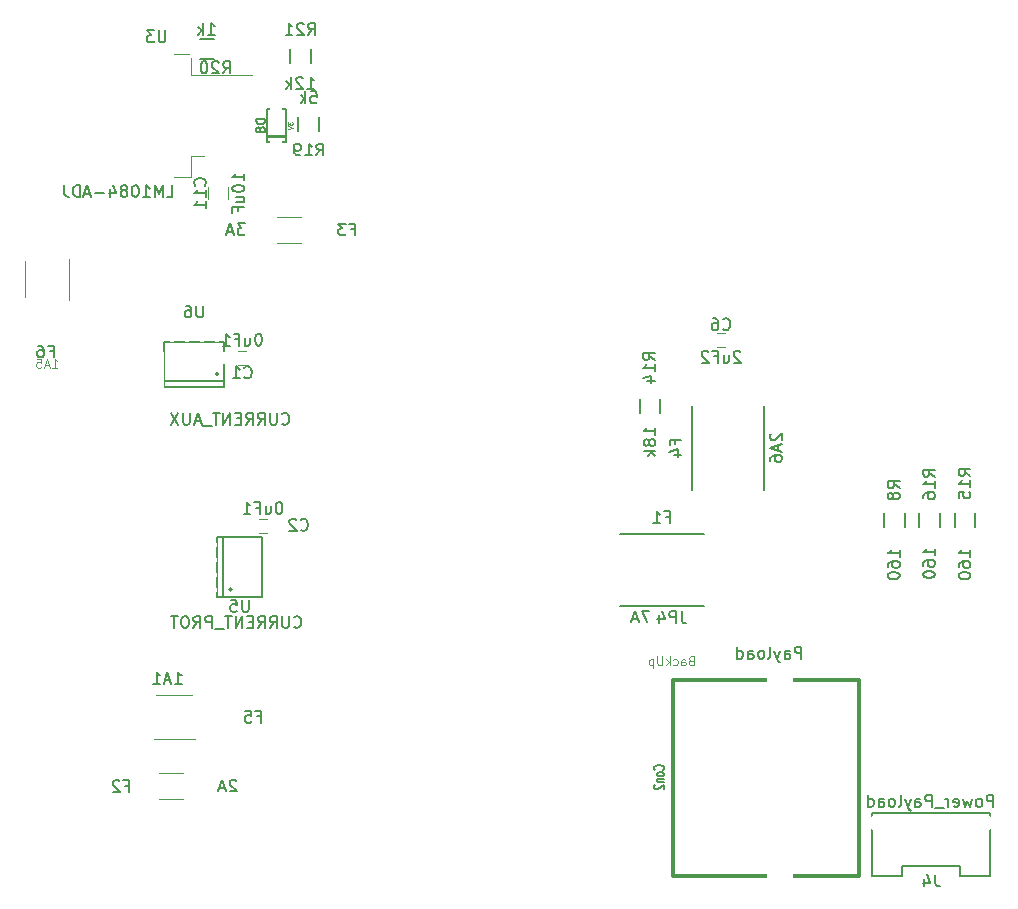
<source format=gbo>
%TF.GenerationSoftware,KiCad,Pcbnew,(5.0.0-rc2-dev-406-g05dae9627)*%
%TF.CreationDate,2018-06-18T14:13:19+02:00*%
%TF.ProjectId,Autopilot,4175746F70696C6F742E6B696361645F,rev?*%
%TF.SameCoordinates,Original*%
%TF.FileFunction,Legend,Bot*%
%TF.FilePolarity,Positive*%
%FSLAX46Y46*%
G04 Gerber Fmt 4.6, Leading zero omitted, Abs format (unit mm)*
G04 Created by KiCad (PCBNEW (5.0.0-rc2-dev-406-g05dae9627)) date 06/18/18 14:13:19*
%MOMM*%
%LPD*%
G01*
G04 APERTURE LIST*
%ADD10C,0.150000*%
%ADD11C,0.127000*%
%ADD12C,0.120000*%
%ADD13C,0.300000*%
%ADD14C,0.200000*%
%ADD15C,0.100000*%
%ADD16C,4.200000*%
%ADD17C,2.640000*%
%ADD18C,2.240000*%
%ADD19R,2.240000X2.240000*%
%ADD20C,0.800000*%
%ADD21O,1.713200X0.849600*%
%ADD22C,3.800000*%
%ADD23C,0.950000*%
%ADD24R,1.090900X1.090900*%
%ADD25R,9.640000X11.040000*%
%ADD26R,4.840000X1.340000*%
%ADD27R,1.540000X0.940000*%
%ADD28R,0.940000X1.540000*%
%ADD29R,1.490000X1.240000*%
%ADD30R,1.440000X0.990000*%
%ADD31R,3.740000X3.740000*%
%ADD32R,5.840000X2.540000*%
%ADD33R,2.240000X1.940000*%
%ADD34R,2.540000X5.840000*%
%ADD35C,1.440000*%
%ADD36C,1.740000*%
%ADD37C,5.840000*%
%ADD38O,0.849600X1.713200*%
%ADD39O,1.900000X1.200000*%
%ADD40R,1.900000X1.200000*%
%ADD41O,2.440000X1.340000*%
%ADD42O,2.040000X1.340000*%
%ADD43C,6.740000*%
%ADD44C,3.540000*%
%ADD45C,1.741140*%
G04 APERTURE END LIST*
D10*
%TO.C,U5*%
X188445000Y-130335000D02*
X192255000Y-130335000D01*
X188445000Y-135415000D02*
X192255000Y-135415000D01*
X188445000Y-135415000D02*
X188445000Y-130335000D01*
X192255000Y-135415000D02*
X192255000Y-130335000D01*
X188953000Y-135415000D02*
X188953000Y-130335000D01*
X189715000Y-134780000D02*
G75*
G03X189715000Y-134780000I-127000J0D01*
G01*
D11*
%TO.C,D8*%
X194250100Y-94075460D02*
X192649900Y-94075460D01*
X194250100Y-96874540D02*
X194250100Y-94075460D01*
X192649900Y-96874540D02*
X194250100Y-96874540D01*
X192649900Y-94075460D02*
X192649900Y-96874540D01*
X192649900Y-96475760D02*
X194250100Y-96475760D01*
X194250100Y-96374160D02*
X192649900Y-96374160D01*
D12*
%TO.C,U3*%
X186250000Y-98015000D02*
X187350000Y-98015000D01*
X186250000Y-99825000D02*
X186250000Y-98015000D01*
X184750000Y-99825000D02*
X186250000Y-99825000D01*
X186250000Y-91235000D02*
X191375000Y-91235000D01*
X186250000Y-89425000D02*
X186250000Y-91235000D01*
X184750000Y-89425000D02*
X186250000Y-89425000D01*
D10*
%TO.C,R21*%
X194625000Y-89000000D02*
X194625000Y-90200000D01*
X196375000Y-90200000D02*
X196375000Y-89000000D01*
%TO.C,R20*%
X188150000Y-88125000D02*
X186950000Y-88125000D01*
X186950000Y-89875000D02*
X188150000Y-89875000D01*
%TO.C,R19*%
X195325000Y-94725000D02*
X195325000Y-95925000D01*
X197075000Y-95925000D02*
X197075000Y-94725000D01*
D12*
%TO.C,C11*%
X189375000Y-100700000D02*
X189375000Y-101700000D01*
X187675000Y-101700000D02*
X187675000Y-100700000D01*
%TO.C,C1*%
X190925000Y-114575000D02*
X190225000Y-114575000D01*
X190225000Y-115775000D02*
X190925000Y-115775000D01*
%TO.C,C2*%
X192675000Y-128800000D02*
X191975000Y-128800000D01*
X191975000Y-130000000D02*
X192675000Y-130000000D01*
D10*
%TO.C,R15*%
X252641819Y-129440018D02*
X252641819Y-128240018D01*
X250891819Y-128240018D02*
X250891819Y-129440018D01*
D12*
%TO.C,F6*%
X175930000Y-110255000D02*
X175930000Y-106795000D01*
X172170000Y-110255000D02*
X172170000Y-106795000D01*
%TO.C,F5*%
X183095000Y-143695000D02*
X186555000Y-143695000D01*
X183095000Y-147455000D02*
X186555000Y-147455000D01*
D10*
%TO.C,R14*%
X224225000Y-118600000D02*
X224225000Y-119800000D01*
X225975000Y-119800000D02*
X225975000Y-118600000D01*
%TO.C,R8*%
X246641819Y-129488782D02*
X246641819Y-128288782D01*
X244891819Y-128288782D02*
X244891819Y-129488782D01*
%TO.C,F4*%
X228652000Y-126356000D02*
X228652000Y-119244000D01*
X234748000Y-126356000D02*
X234748000Y-119244000D01*
D12*
%TO.C,F3*%
X193525000Y-105395000D02*
X195525000Y-105395000D01*
X195525000Y-103255000D02*
X193525000Y-103255000D01*
%TO.C,F2*%
X185550000Y-150330000D02*
X183550000Y-150330000D01*
X183550000Y-152470000D02*
X185550000Y-152470000D01*
D10*
%TO.C,F1*%
X222544000Y-136148000D02*
X229656000Y-136148000D01*
X222544000Y-130052000D02*
X229656000Y-130052000D01*
%TO.C,R16*%
X249641819Y-129490018D02*
X249641819Y-128290018D01*
X247891819Y-128290018D02*
X247891819Y-129490018D01*
D12*
%TO.C,C6*%
X230750000Y-114200000D02*
X231450000Y-114200000D01*
X231450000Y-113000000D02*
X230750000Y-113000000D01*
D10*
%TO.C,U6*%
X188532000Y-116512000D02*
G75*
G03X188532000Y-116512000I-127000J0D01*
G01*
X189040000Y-117147000D02*
X183960000Y-117147000D01*
X189040000Y-113845000D02*
X183960000Y-113845000D01*
X189040000Y-117655000D02*
X183960000Y-117655000D01*
X189040000Y-117655000D02*
X189040000Y-113845000D01*
X183960000Y-117655000D02*
X183960000Y-113845000D01*
D13*
%TO.C,Con2*%
X242820000Y-159024500D02*
X242820000Y-142387500D01*
X227008500Y-142387500D02*
X234882500Y-142387500D01*
X227008500Y-159024500D02*
X234882500Y-159024500D01*
X227008500Y-159024500D02*
X227008500Y-142387500D01*
X242820000Y-142387500D02*
X237295500Y-142387500D01*
X242820000Y-159024500D02*
X237295500Y-159024500D01*
D14*
%TO.C,J4*%
X251300000Y-159000000D02*
X251300000Y-158200000D01*
X251400000Y-159000000D02*
X253900000Y-159000000D01*
X253900000Y-153700000D02*
X253900000Y-153900000D01*
X253900000Y-155000000D02*
X253900000Y-159000000D01*
X243900000Y-159000000D02*
X243900000Y-155000000D01*
X243900000Y-153700000D02*
X243900000Y-153900000D01*
X243900000Y-159000000D02*
X246400000Y-159000000D01*
X246400000Y-159000000D02*
X246400000Y-158200000D01*
X253900000Y-153700000D02*
X243900000Y-153700000D01*
X251300000Y-158200000D02*
X246400000Y-158200000D01*
%TD*%
D15*
%TO.C,Con2*%
X234260000Y-157056000D02*
G75*
G03X234260000Y-157056000I-1600000J0D01*
G01*
X234260000Y-144356000D02*
G75*
G03X234260000Y-144356000I-1600000J0D01*
G01*
%TD*%
%TO.C,J4*%
X244950000Y-154500000D02*
G75*
G03X244950000Y-154500000I-550000J0D01*
G01*
X253950000Y-154500000D02*
G75*
G03X253950000Y-154500000I-550000J0D01*
G01*
X246600000Y-156200000D02*
G75*
G03X246600000Y-156200000I-700000J0D01*
G01*
X248600000Y-156200000D02*
G75*
G03X248600000Y-156200000I-700000J0D01*
G01*
X250600000Y-156200000D02*
G75*
G03X250600000Y-156200000I-700000J0D01*
G01*
X252600000Y-156200000D02*
G75*
G03X252600000Y-156200000I-700000J0D01*
G01*
%TD*%
%TO.C,JP4*%
D10*
X227758333Y-136602380D02*
X227758333Y-137316666D01*
X227805952Y-137459523D01*
X227901190Y-137554761D01*
X228044047Y-137602380D01*
X228139285Y-137602380D01*
X227282142Y-137602380D02*
X227282142Y-136602380D01*
X226901190Y-136602380D01*
X226805952Y-136650000D01*
X226758333Y-136697619D01*
X226710714Y-136792857D01*
X226710714Y-136935714D01*
X226758333Y-137030952D01*
X226805952Y-137078571D01*
X226901190Y-137126190D01*
X227282142Y-137126190D01*
X225853571Y-136935714D02*
X225853571Y-137602380D01*
X226091666Y-136554761D02*
X226329761Y-137269047D01*
X225710714Y-137269047D01*
D15*
X228567857Y-140771428D02*
X228460714Y-140807142D01*
X228425000Y-140842857D01*
X228389285Y-140914285D01*
X228389285Y-141021428D01*
X228425000Y-141092857D01*
X228460714Y-141128571D01*
X228532142Y-141164285D01*
X228817857Y-141164285D01*
X228817857Y-140414285D01*
X228567857Y-140414285D01*
X228496428Y-140450000D01*
X228460714Y-140485714D01*
X228425000Y-140557142D01*
X228425000Y-140628571D01*
X228460714Y-140700000D01*
X228496428Y-140735714D01*
X228567857Y-140771428D01*
X228817857Y-140771428D01*
X227746428Y-141164285D02*
X227746428Y-140771428D01*
X227782142Y-140700000D01*
X227853571Y-140664285D01*
X227996428Y-140664285D01*
X228067857Y-140700000D01*
X227746428Y-141128571D02*
X227817857Y-141164285D01*
X227996428Y-141164285D01*
X228067857Y-141128571D01*
X228103571Y-141057142D01*
X228103571Y-140985714D01*
X228067857Y-140914285D01*
X227996428Y-140878571D01*
X227817857Y-140878571D01*
X227746428Y-140842857D01*
X227067857Y-141128571D02*
X227139285Y-141164285D01*
X227282142Y-141164285D01*
X227353571Y-141128571D01*
X227389285Y-141092857D01*
X227425000Y-141021428D01*
X227425000Y-140807142D01*
X227389285Y-140735714D01*
X227353571Y-140700000D01*
X227282142Y-140664285D01*
X227139285Y-140664285D01*
X227067857Y-140700000D01*
X226746428Y-141164285D02*
X226746428Y-140414285D01*
X226675000Y-140878571D02*
X226460714Y-141164285D01*
X226460714Y-140664285D02*
X226746428Y-140950000D01*
X226139285Y-140414285D02*
X226139285Y-141021428D01*
X226103571Y-141092857D01*
X226067857Y-141128571D01*
X225996428Y-141164285D01*
X225853571Y-141164285D01*
X225782142Y-141128571D01*
X225746428Y-141092857D01*
X225710714Y-141021428D01*
X225710714Y-140414285D01*
X225353571Y-140664285D02*
X225353571Y-141414285D01*
X225353571Y-140700000D02*
X225282142Y-140664285D01*
X225139285Y-140664285D01*
X225067857Y-140700000D01*
X225032142Y-140735714D01*
X224996428Y-140807142D01*
X224996428Y-141021428D01*
X225032142Y-141092857D01*
X225067857Y-141128571D01*
X225139285Y-141164285D01*
X225282142Y-141164285D01*
X225353571Y-141128571D01*
%TO.C,U5*%
D10*
X191123904Y-135632380D02*
X191123904Y-136441904D01*
X191076285Y-136537142D01*
X191028666Y-136584761D01*
X190933428Y-136632380D01*
X190742952Y-136632380D01*
X190647714Y-136584761D01*
X190600095Y-136537142D01*
X190552476Y-136441904D01*
X190552476Y-135632380D01*
X189600095Y-135632380D02*
X190076285Y-135632380D01*
X190123904Y-136108571D01*
X190076285Y-136060952D01*
X189981047Y-136013333D01*
X189742952Y-136013333D01*
X189647714Y-136060952D01*
X189600095Y-136108571D01*
X189552476Y-136203809D01*
X189552476Y-136441904D01*
X189600095Y-136537142D01*
X189647714Y-136584761D01*
X189742952Y-136632380D01*
X189981047Y-136632380D01*
X190076285Y-136584761D01*
X190123904Y-136537142D01*
X194957142Y-137907142D02*
X195004761Y-137954761D01*
X195147619Y-138002380D01*
X195242857Y-138002380D01*
X195385714Y-137954761D01*
X195480952Y-137859523D01*
X195528571Y-137764285D01*
X195576190Y-137573809D01*
X195576190Y-137430952D01*
X195528571Y-137240476D01*
X195480952Y-137145238D01*
X195385714Y-137050000D01*
X195242857Y-137002380D01*
X195147619Y-137002380D01*
X195004761Y-137050000D01*
X194957142Y-137097619D01*
X194528571Y-137002380D02*
X194528571Y-137811904D01*
X194480952Y-137907142D01*
X194433333Y-137954761D01*
X194338095Y-138002380D01*
X194147619Y-138002380D01*
X194052380Y-137954761D01*
X194004761Y-137907142D01*
X193957142Y-137811904D01*
X193957142Y-137002380D01*
X192909523Y-138002380D02*
X193242857Y-137526190D01*
X193480952Y-138002380D02*
X193480952Y-137002380D01*
X193100000Y-137002380D01*
X193004761Y-137050000D01*
X192957142Y-137097619D01*
X192909523Y-137192857D01*
X192909523Y-137335714D01*
X192957142Y-137430952D01*
X193004761Y-137478571D01*
X193100000Y-137526190D01*
X193480952Y-137526190D01*
X191909523Y-138002380D02*
X192242857Y-137526190D01*
X192480952Y-138002380D02*
X192480952Y-137002380D01*
X192100000Y-137002380D01*
X192004761Y-137050000D01*
X191957142Y-137097619D01*
X191909523Y-137192857D01*
X191909523Y-137335714D01*
X191957142Y-137430952D01*
X192004761Y-137478571D01*
X192100000Y-137526190D01*
X192480952Y-137526190D01*
X191480952Y-137478571D02*
X191147619Y-137478571D01*
X191004761Y-138002380D02*
X191480952Y-138002380D01*
X191480952Y-137002380D01*
X191004761Y-137002380D01*
X190576190Y-138002380D02*
X190576190Y-137002380D01*
X190004761Y-138002380D01*
X190004761Y-137002380D01*
X189671428Y-137002380D02*
X189100000Y-137002380D01*
X189385714Y-138002380D02*
X189385714Y-137002380D01*
X189004761Y-138097619D02*
X188242857Y-138097619D01*
X188004761Y-138002380D02*
X188004761Y-137002380D01*
X187623809Y-137002380D01*
X187528571Y-137050000D01*
X187480952Y-137097619D01*
X187433333Y-137192857D01*
X187433333Y-137335714D01*
X187480952Y-137430952D01*
X187528571Y-137478571D01*
X187623809Y-137526190D01*
X188004761Y-137526190D01*
X186433333Y-138002380D02*
X186766666Y-137526190D01*
X187004761Y-138002380D02*
X187004761Y-137002380D01*
X186623809Y-137002380D01*
X186528571Y-137050000D01*
X186480952Y-137097619D01*
X186433333Y-137192857D01*
X186433333Y-137335714D01*
X186480952Y-137430952D01*
X186528571Y-137478571D01*
X186623809Y-137526190D01*
X187004761Y-137526190D01*
X185814285Y-137002380D02*
X185623809Y-137002380D01*
X185528571Y-137050000D01*
X185433333Y-137145238D01*
X185385714Y-137335714D01*
X185385714Y-137669047D01*
X185433333Y-137859523D01*
X185528571Y-137954761D01*
X185623809Y-138002380D01*
X185814285Y-138002380D01*
X185909523Y-137954761D01*
X186004761Y-137859523D01*
X186052380Y-137669047D01*
X186052380Y-137335714D01*
X186004761Y-137145238D01*
X185909523Y-137050000D01*
X185814285Y-137002380D01*
X185100000Y-137002380D02*
X184528571Y-137002380D01*
X184814285Y-138002380D02*
X184814285Y-137002380D01*
%TO.C,D8*%
X192488805Y-94921428D02*
X191738805Y-94921428D01*
X191738805Y-95100000D01*
X191774520Y-95207142D01*
X191845948Y-95278571D01*
X191917377Y-95314285D01*
X192060234Y-95350000D01*
X192167377Y-95350000D01*
X192310234Y-95314285D01*
X192381662Y-95278571D01*
X192453091Y-95207142D01*
X192488805Y-95100000D01*
X192488805Y-94921428D01*
X192060234Y-95778571D02*
X192024520Y-95707142D01*
X191988805Y-95671428D01*
X191917377Y-95635714D01*
X191881662Y-95635714D01*
X191810234Y-95671428D01*
X191774520Y-95707142D01*
X191738805Y-95778571D01*
X191738805Y-95921428D01*
X191774520Y-95992857D01*
X191810234Y-96028571D01*
X191881662Y-96064285D01*
X191917377Y-96064285D01*
X191988805Y-96028571D01*
X192024520Y-95992857D01*
X192060234Y-95921428D01*
X192060234Y-95778571D01*
X192095948Y-95707142D01*
X192131662Y-95671428D01*
X192203091Y-95635714D01*
X192345948Y-95635714D01*
X192417377Y-95671428D01*
X192453091Y-95707142D01*
X192488805Y-95778571D01*
X192488805Y-95921428D01*
X192453091Y-95992857D01*
X192417377Y-96028571D01*
X192345948Y-96064285D01*
X192203091Y-96064285D01*
X192131662Y-96028571D01*
X192095948Y-95992857D01*
X192060234Y-95921428D01*
D15*
X194429832Y-95170238D02*
X194429832Y-95417857D01*
X194582213Y-95284523D01*
X194582213Y-95341666D01*
X194601260Y-95379761D01*
X194620308Y-95398809D01*
X194658403Y-95417857D01*
X194753641Y-95417857D01*
X194791737Y-95398809D01*
X194810784Y-95379761D01*
X194829832Y-95341666D01*
X194829832Y-95227380D01*
X194810784Y-95189285D01*
X194791737Y-95170238D01*
X194429832Y-95532142D02*
X194829832Y-95665476D01*
X194429832Y-95798809D01*
%TO.C,U3*%
D10*
X184061904Y-87427380D02*
X184061904Y-88236904D01*
X184014285Y-88332142D01*
X183966666Y-88379761D01*
X183871428Y-88427380D01*
X183680952Y-88427380D01*
X183585714Y-88379761D01*
X183538095Y-88332142D01*
X183490476Y-88236904D01*
X183490476Y-87427380D01*
X183109523Y-87427380D02*
X182490476Y-87427380D01*
X182823809Y-87808333D01*
X182680952Y-87808333D01*
X182585714Y-87855952D01*
X182538095Y-87903571D01*
X182490476Y-87998809D01*
X182490476Y-88236904D01*
X182538095Y-88332142D01*
X182585714Y-88379761D01*
X182680952Y-88427380D01*
X182966666Y-88427380D01*
X183061904Y-88379761D01*
X183109523Y-88332142D01*
X184170238Y-101527380D02*
X184646428Y-101527380D01*
X184646428Y-100527380D01*
X183836904Y-101527380D02*
X183836904Y-100527380D01*
X183503571Y-101241666D01*
X183170238Y-100527380D01*
X183170238Y-101527380D01*
X182170238Y-101527380D02*
X182741666Y-101527380D01*
X182455952Y-101527380D02*
X182455952Y-100527380D01*
X182551190Y-100670238D01*
X182646428Y-100765476D01*
X182741666Y-100813095D01*
X181551190Y-100527380D02*
X181455952Y-100527380D01*
X181360714Y-100575000D01*
X181313095Y-100622619D01*
X181265476Y-100717857D01*
X181217857Y-100908333D01*
X181217857Y-101146428D01*
X181265476Y-101336904D01*
X181313095Y-101432142D01*
X181360714Y-101479761D01*
X181455952Y-101527380D01*
X181551190Y-101527380D01*
X181646428Y-101479761D01*
X181694047Y-101432142D01*
X181741666Y-101336904D01*
X181789285Y-101146428D01*
X181789285Y-100908333D01*
X181741666Y-100717857D01*
X181694047Y-100622619D01*
X181646428Y-100575000D01*
X181551190Y-100527380D01*
X180646428Y-100955952D02*
X180741666Y-100908333D01*
X180789285Y-100860714D01*
X180836904Y-100765476D01*
X180836904Y-100717857D01*
X180789285Y-100622619D01*
X180741666Y-100575000D01*
X180646428Y-100527380D01*
X180455952Y-100527380D01*
X180360714Y-100575000D01*
X180313095Y-100622619D01*
X180265476Y-100717857D01*
X180265476Y-100765476D01*
X180313095Y-100860714D01*
X180360714Y-100908333D01*
X180455952Y-100955952D01*
X180646428Y-100955952D01*
X180741666Y-101003571D01*
X180789285Y-101051190D01*
X180836904Y-101146428D01*
X180836904Y-101336904D01*
X180789285Y-101432142D01*
X180741666Y-101479761D01*
X180646428Y-101527380D01*
X180455952Y-101527380D01*
X180360714Y-101479761D01*
X180313095Y-101432142D01*
X180265476Y-101336904D01*
X180265476Y-101146428D01*
X180313095Y-101051190D01*
X180360714Y-101003571D01*
X180455952Y-100955952D01*
X179408333Y-100860714D02*
X179408333Y-101527380D01*
X179646428Y-100479761D02*
X179884523Y-101194047D01*
X179265476Y-101194047D01*
X178884523Y-101146428D02*
X178122619Y-101146428D01*
X177694047Y-101241666D02*
X177217857Y-101241666D01*
X177789285Y-101527380D02*
X177455952Y-100527380D01*
X177122619Y-101527380D01*
X176789285Y-101527380D02*
X176789285Y-100527380D01*
X176551190Y-100527380D01*
X176408333Y-100575000D01*
X176313095Y-100670238D01*
X176265476Y-100765476D01*
X176217857Y-100955952D01*
X176217857Y-101098809D01*
X176265476Y-101289285D01*
X176313095Y-101384523D01*
X176408333Y-101479761D01*
X176551190Y-101527380D01*
X176789285Y-101527380D01*
X175503571Y-100527380D02*
X175503571Y-101241666D01*
X175551190Y-101384523D01*
X175646428Y-101479761D01*
X175789285Y-101527380D01*
X175884523Y-101527380D01*
%TO.C,R21*%
X196142857Y-87802380D02*
X196476190Y-87326190D01*
X196714285Y-87802380D02*
X196714285Y-86802380D01*
X196333333Y-86802380D01*
X196238095Y-86850000D01*
X196190476Y-86897619D01*
X196142857Y-86992857D01*
X196142857Y-87135714D01*
X196190476Y-87230952D01*
X196238095Y-87278571D01*
X196333333Y-87326190D01*
X196714285Y-87326190D01*
X195761904Y-86897619D02*
X195714285Y-86850000D01*
X195619047Y-86802380D01*
X195380952Y-86802380D01*
X195285714Y-86850000D01*
X195238095Y-86897619D01*
X195190476Y-86992857D01*
X195190476Y-87088095D01*
X195238095Y-87230952D01*
X195809523Y-87802380D01*
X195190476Y-87802380D01*
X194238095Y-87802380D02*
X194809523Y-87802380D01*
X194523809Y-87802380D02*
X194523809Y-86802380D01*
X194619047Y-86945238D01*
X194714285Y-87040476D01*
X194809523Y-87088095D01*
X196070238Y-92377380D02*
X196641666Y-92377380D01*
X196355952Y-92377380D02*
X196355952Y-91377380D01*
X196451190Y-91520238D01*
X196546428Y-91615476D01*
X196641666Y-91663095D01*
X195689285Y-91472619D02*
X195641666Y-91425000D01*
X195546428Y-91377380D01*
X195308333Y-91377380D01*
X195213095Y-91425000D01*
X195165476Y-91472619D01*
X195117857Y-91567857D01*
X195117857Y-91663095D01*
X195165476Y-91805952D01*
X195736904Y-92377380D01*
X195117857Y-92377380D01*
X194689285Y-92377380D02*
X194689285Y-91377380D01*
X194594047Y-91996428D02*
X194308333Y-92377380D01*
X194308333Y-91710714D02*
X194689285Y-92091666D01*
%TO.C,R20*%
X188942857Y-91052380D02*
X189276190Y-90576190D01*
X189514285Y-91052380D02*
X189514285Y-90052380D01*
X189133333Y-90052380D01*
X189038095Y-90100000D01*
X188990476Y-90147619D01*
X188942857Y-90242857D01*
X188942857Y-90385714D01*
X188990476Y-90480952D01*
X189038095Y-90528571D01*
X189133333Y-90576190D01*
X189514285Y-90576190D01*
X188561904Y-90147619D02*
X188514285Y-90100000D01*
X188419047Y-90052380D01*
X188180952Y-90052380D01*
X188085714Y-90100000D01*
X188038095Y-90147619D01*
X187990476Y-90242857D01*
X187990476Y-90338095D01*
X188038095Y-90480952D01*
X188609523Y-91052380D01*
X187990476Y-91052380D01*
X187371428Y-90052380D02*
X187276190Y-90052380D01*
X187180952Y-90100000D01*
X187133333Y-90147619D01*
X187085714Y-90242857D01*
X187038095Y-90433333D01*
X187038095Y-90671428D01*
X187085714Y-90861904D01*
X187133333Y-90957142D01*
X187180952Y-91004761D01*
X187276190Y-91052380D01*
X187371428Y-91052380D01*
X187466666Y-91004761D01*
X187514285Y-90957142D01*
X187561904Y-90861904D01*
X187609523Y-90671428D01*
X187609523Y-90433333D01*
X187561904Y-90242857D01*
X187514285Y-90147619D01*
X187466666Y-90100000D01*
X187371428Y-90052380D01*
X187669047Y-87777380D02*
X188240476Y-87777380D01*
X187954761Y-87777380D02*
X187954761Y-86777380D01*
X188050000Y-86920238D01*
X188145238Y-87015476D01*
X188240476Y-87063095D01*
X187240476Y-87777380D02*
X187240476Y-86777380D01*
X187145238Y-87396428D02*
X186859523Y-87777380D01*
X186859523Y-87110714D02*
X187240476Y-87491666D01*
%TO.C,R19*%
X196842857Y-98002380D02*
X197176190Y-97526190D01*
X197414285Y-98002380D02*
X197414285Y-97002380D01*
X197033333Y-97002380D01*
X196938095Y-97050000D01*
X196890476Y-97097619D01*
X196842857Y-97192857D01*
X196842857Y-97335714D01*
X196890476Y-97430952D01*
X196938095Y-97478571D01*
X197033333Y-97526190D01*
X197414285Y-97526190D01*
X195890476Y-98002380D02*
X196461904Y-98002380D01*
X196176190Y-98002380D02*
X196176190Y-97002380D01*
X196271428Y-97145238D01*
X196366666Y-97240476D01*
X196461904Y-97288095D01*
X195414285Y-98002380D02*
X195223809Y-98002380D01*
X195128571Y-97954761D01*
X195080952Y-97907142D01*
X194985714Y-97764285D01*
X194938095Y-97573809D01*
X194938095Y-97192857D01*
X194985714Y-97097619D01*
X195033333Y-97050000D01*
X195128571Y-97002380D01*
X195319047Y-97002380D01*
X195414285Y-97050000D01*
X195461904Y-97097619D01*
X195509523Y-97192857D01*
X195509523Y-97430952D01*
X195461904Y-97526190D01*
X195414285Y-97573809D01*
X195319047Y-97621428D01*
X195128571Y-97621428D01*
X195033333Y-97573809D01*
X194985714Y-97526190D01*
X194938095Y-97430952D01*
X196366666Y-92577380D02*
X196842857Y-92577380D01*
X196890476Y-93053571D01*
X196842857Y-93005952D01*
X196747619Y-92958333D01*
X196509523Y-92958333D01*
X196414285Y-93005952D01*
X196366666Y-93053571D01*
X196319047Y-93148809D01*
X196319047Y-93386904D01*
X196366666Y-93482142D01*
X196414285Y-93529761D01*
X196509523Y-93577380D01*
X196747619Y-93577380D01*
X196842857Y-93529761D01*
X196890476Y-93482142D01*
X195890476Y-93577380D02*
X195890476Y-92577380D01*
X195795238Y-93196428D02*
X195509523Y-93577380D01*
X195509523Y-92910714D02*
X195890476Y-93291666D01*
%TO.C,C11*%
X187382142Y-100557142D02*
X187429761Y-100509523D01*
X187477380Y-100366666D01*
X187477380Y-100271428D01*
X187429761Y-100128571D01*
X187334523Y-100033333D01*
X187239285Y-99985714D01*
X187048809Y-99938095D01*
X186905952Y-99938095D01*
X186715476Y-99985714D01*
X186620238Y-100033333D01*
X186525000Y-100128571D01*
X186477380Y-100271428D01*
X186477380Y-100366666D01*
X186525000Y-100509523D01*
X186572619Y-100557142D01*
X187477380Y-101509523D02*
X187477380Y-100938095D01*
X187477380Y-101223809D02*
X186477380Y-101223809D01*
X186620238Y-101128571D01*
X186715476Y-101033333D01*
X186763095Y-100938095D01*
X187477380Y-102461904D02*
X187477380Y-101890476D01*
X187477380Y-102176190D02*
X186477380Y-102176190D01*
X186620238Y-102080952D01*
X186715476Y-101985714D01*
X186763095Y-101890476D01*
X190727380Y-100128571D02*
X190727380Y-99557142D01*
X190727380Y-99842857D02*
X189727380Y-99842857D01*
X189870238Y-99747619D01*
X189965476Y-99652380D01*
X190013095Y-99557142D01*
X189727380Y-100747619D02*
X189727380Y-100842857D01*
X189775000Y-100938095D01*
X189822619Y-100985714D01*
X189917857Y-101033333D01*
X190108333Y-101080952D01*
X190346428Y-101080952D01*
X190536904Y-101033333D01*
X190632142Y-100985714D01*
X190679761Y-100938095D01*
X190727380Y-100842857D01*
X190727380Y-100747619D01*
X190679761Y-100652380D01*
X190632142Y-100604761D01*
X190536904Y-100557142D01*
X190346428Y-100509523D01*
X190108333Y-100509523D01*
X189917857Y-100557142D01*
X189822619Y-100604761D01*
X189775000Y-100652380D01*
X189727380Y-100747619D01*
X190060714Y-101938095D02*
X190727380Y-101938095D01*
X190060714Y-101509523D02*
X190584523Y-101509523D01*
X190679761Y-101557142D01*
X190727380Y-101652380D01*
X190727380Y-101795238D01*
X190679761Y-101890476D01*
X190632142Y-101938095D01*
X190203571Y-102747619D02*
X190203571Y-102414285D01*
X190727380Y-102414285D02*
X189727380Y-102414285D01*
X189727380Y-102890476D01*
%TO.C,C1*%
X190741666Y-116782142D02*
X190789285Y-116829761D01*
X190932142Y-116877380D01*
X191027380Y-116877380D01*
X191170238Y-116829761D01*
X191265476Y-116734523D01*
X191313095Y-116639285D01*
X191360714Y-116448809D01*
X191360714Y-116305952D01*
X191313095Y-116115476D01*
X191265476Y-116020238D01*
X191170238Y-115925000D01*
X191027380Y-115877380D01*
X190932142Y-115877380D01*
X190789285Y-115925000D01*
X190741666Y-115972619D01*
X189789285Y-116877380D02*
X190360714Y-116877380D01*
X190075000Y-116877380D02*
X190075000Y-115877380D01*
X190170238Y-116020238D01*
X190265476Y-116115476D01*
X190360714Y-116163095D01*
X191979761Y-113102380D02*
X191884523Y-113102380D01*
X191789285Y-113150000D01*
X191741666Y-113197619D01*
X191694047Y-113292857D01*
X191646428Y-113483333D01*
X191646428Y-113721428D01*
X191694047Y-113911904D01*
X191741666Y-114007142D01*
X191789285Y-114054761D01*
X191884523Y-114102380D01*
X191979761Y-114102380D01*
X192075000Y-114054761D01*
X192122619Y-114007142D01*
X192170238Y-113911904D01*
X192217857Y-113721428D01*
X192217857Y-113483333D01*
X192170238Y-113292857D01*
X192122619Y-113197619D01*
X192075000Y-113150000D01*
X191979761Y-113102380D01*
X190789285Y-113435714D02*
X190789285Y-114102380D01*
X191217857Y-113435714D02*
X191217857Y-113959523D01*
X191170238Y-114054761D01*
X191075000Y-114102380D01*
X190932142Y-114102380D01*
X190836904Y-114054761D01*
X190789285Y-114007142D01*
X189979761Y-113578571D02*
X190313095Y-113578571D01*
X190313095Y-114102380D02*
X190313095Y-113102380D01*
X189836904Y-113102380D01*
X188932142Y-114102380D02*
X189503571Y-114102380D01*
X189217857Y-114102380D02*
X189217857Y-113102380D01*
X189313095Y-113245238D01*
X189408333Y-113340476D01*
X189503571Y-113388095D01*
%TO.C,C2*%
X195516666Y-129682142D02*
X195564285Y-129729761D01*
X195707142Y-129777380D01*
X195802380Y-129777380D01*
X195945238Y-129729761D01*
X196040476Y-129634523D01*
X196088095Y-129539285D01*
X196135714Y-129348809D01*
X196135714Y-129205952D01*
X196088095Y-129015476D01*
X196040476Y-128920238D01*
X195945238Y-128825000D01*
X195802380Y-128777380D01*
X195707142Y-128777380D01*
X195564285Y-128825000D01*
X195516666Y-128872619D01*
X195135714Y-128872619D02*
X195088095Y-128825000D01*
X194992857Y-128777380D01*
X194754761Y-128777380D01*
X194659523Y-128825000D01*
X194611904Y-128872619D01*
X194564285Y-128967857D01*
X194564285Y-129063095D01*
X194611904Y-129205952D01*
X195183333Y-129777380D01*
X194564285Y-129777380D01*
X193729761Y-127352380D02*
X193634523Y-127352380D01*
X193539285Y-127400000D01*
X193491666Y-127447619D01*
X193444047Y-127542857D01*
X193396428Y-127733333D01*
X193396428Y-127971428D01*
X193444047Y-128161904D01*
X193491666Y-128257142D01*
X193539285Y-128304761D01*
X193634523Y-128352380D01*
X193729761Y-128352380D01*
X193825000Y-128304761D01*
X193872619Y-128257142D01*
X193920238Y-128161904D01*
X193967857Y-127971428D01*
X193967857Y-127733333D01*
X193920238Y-127542857D01*
X193872619Y-127447619D01*
X193825000Y-127400000D01*
X193729761Y-127352380D01*
X192539285Y-127685714D02*
X192539285Y-128352380D01*
X192967857Y-127685714D02*
X192967857Y-128209523D01*
X192920238Y-128304761D01*
X192825000Y-128352380D01*
X192682142Y-128352380D01*
X192586904Y-128304761D01*
X192539285Y-128257142D01*
X191729761Y-127828571D02*
X192063095Y-127828571D01*
X192063095Y-128352380D02*
X192063095Y-127352380D01*
X191586904Y-127352380D01*
X190682142Y-128352380D02*
X191253571Y-128352380D01*
X190967857Y-128352380D02*
X190967857Y-127352380D01*
X191063095Y-127495238D01*
X191158333Y-127590476D01*
X191253571Y-127638095D01*
%TO.C,R15*%
X252219199Y-125147160D02*
X251743009Y-124813827D01*
X252219199Y-124575732D02*
X251219199Y-124575732D01*
X251219199Y-124956684D01*
X251266819Y-125051922D01*
X251314438Y-125099541D01*
X251409676Y-125147160D01*
X251552533Y-125147160D01*
X251647771Y-125099541D01*
X251695390Y-125051922D01*
X251743009Y-124956684D01*
X251743009Y-124575732D01*
X252219199Y-126099541D02*
X252219199Y-125528113D01*
X252219199Y-125813827D02*
X251219199Y-125813827D01*
X251362057Y-125718589D01*
X251457295Y-125623351D01*
X251504914Y-125528113D01*
X251219199Y-127004303D02*
X251219199Y-126528113D01*
X251695390Y-126480494D01*
X251647771Y-126528113D01*
X251600152Y-126623351D01*
X251600152Y-126861446D01*
X251647771Y-126956684D01*
X251695390Y-127004303D01*
X251790628Y-127051922D01*
X252028723Y-127051922D01*
X252123961Y-127004303D01*
X252171580Y-126956684D01*
X252219199Y-126861446D01*
X252219199Y-126623351D01*
X252171580Y-126528113D01*
X252123961Y-126480494D01*
X252219199Y-131973351D02*
X252219199Y-131401922D01*
X252219199Y-131687637D02*
X251219199Y-131687637D01*
X251362057Y-131592398D01*
X251457295Y-131497160D01*
X251504914Y-131401922D01*
X251219199Y-132830494D02*
X251219199Y-132640018D01*
X251266819Y-132544779D01*
X251314438Y-132497160D01*
X251457295Y-132401922D01*
X251647771Y-132354303D01*
X252028723Y-132354303D01*
X252123961Y-132401922D01*
X252171580Y-132449541D01*
X252219199Y-132544779D01*
X252219199Y-132735256D01*
X252171580Y-132830494D01*
X252123961Y-132878113D01*
X252028723Y-132925732D01*
X251790628Y-132925732D01*
X251695390Y-132878113D01*
X251647771Y-132830494D01*
X251600152Y-132735256D01*
X251600152Y-132544779D01*
X251647771Y-132449541D01*
X251695390Y-132401922D01*
X251790628Y-132354303D01*
X251219199Y-133544779D02*
X251219199Y-133640018D01*
X251266819Y-133735256D01*
X251314438Y-133782875D01*
X251409676Y-133830494D01*
X251600152Y-133878113D01*
X251838247Y-133878113D01*
X252028723Y-133830494D01*
X252123961Y-133782875D01*
X252171580Y-133735256D01*
X252219199Y-133640018D01*
X252219199Y-133544779D01*
X252171580Y-133449541D01*
X252123961Y-133401922D01*
X252028723Y-133354303D01*
X251838247Y-133306684D01*
X251600152Y-133306684D01*
X251409676Y-133354303D01*
X251314438Y-133401922D01*
X251266819Y-133449541D01*
X251219199Y-133544779D01*
%TO.C,F6*%
X174258333Y-114578571D02*
X174591666Y-114578571D01*
X174591666Y-115102380D02*
X174591666Y-114102380D01*
X174115476Y-114102380D01*
X173305952Y-114102380D02*
X173496428Y-114102380D01*
X173591666Y-114150000D01*
X173639285Y-114197619D01*
X173734523Y-114340476D01*
X173782142Y-114530952D01*
X173782142Y-114911904D01*
X173734523Y-115007142D01*
X173686904Y-115054761D01*
X173591666Y-115102380D01*
X173401190Y-115102380D01*
X173305952Y-115054761D01*
X173258333Y-115007142D01*
X173210714Y-114911904D01*
X173210714Y-114673809D01*
X173258333Y-114578571D01*
X173305952Y-114530952D01*
X173401190Y-114483333D01*
X173591666Y-114483333D01*
X173686904Y-114530952D01*
X173734523Y-114578571D01*
X173782142Y-114673809D01*
D15*
X174489285Y-115964285D02*
X174917857Y-115964285D01*
X174703571Y-115964285D02*
X174703571Y-115214285D01*
X174775000Y-115321428D01*
X174846428Y-115392857D01*
X174917857Y-115428571D01*
X174203571Y-115750000D02*
X173846428Y-115750000D01*
X174275000Y-115964285D02*
X174025000Y-115214285D01*
X173775000Y-115964285D01*
X173167857Y-115214285D02*
X173525000Y-115214285D01*
X173560714Y-115571428D01*
X173525000Y-115535714D01*
X173453571Y-115500000D01*
X173275000Y-115500000D01*
X173203571Y-115535714D01*
X173167857Y-115571428D01*
X173132142Y-115642857D01*
X173132142Y-115821428D01*
X173167857Y-115892857D01*
X173203571Y-115928571D01*
X173275000Y-115964285D01*
X173453571Y-115964285D01*
X173525000Y-115928571D01*
X173560714Y-115892857D01*
%TO.C,F5*%
D10*
X191808333Y-145503571D02*
X192141666Y-145503571D01*
X192141666Y-146027380D02*
X192141666Y-145027380D01*
X191665476Y-145027380D01*
X190808333Y-145027380D02*
X191284523Y-145027380D01*
X191332142Y-145503571D01*
X191284523Y-145455952D01*
X191189285Y-145408333D01*
X190951190Y-145408333D01*
X190855952Y-145455952D01*
X190808333Y-145503571D01*
X190760714Y-145598809D01*
X190760714Y-145836904D01*
X190808333Y-145932142D01*
X190855952Y-145979761D01*
X190951190Y-146027380D01*
X191189285Y-146027380D01*
X191284523Y-145979761D01*
X191332142Y-145932142D01*
X184854047Y-142737380D02*
X185425476Y-142737380D01*
X185139761Y-142737380D02*
X185139761Y-141737380D01*
X185235000Y-141880238D01*
X185330238Y-141975476D01*
X185425476Y-142023095D01*
X184473095Y-142451666D02*
X183996904Y-142451666D01*
X184568333Y-142737380D02*
X184235000Y-141737380D01*
X183901666Y-142737380D01*
X183044523Y-142737380D02*
X183615952Y-142737380D01*
X183330238Y-142737380D02*
X183330238Y-141737380D01*
X183425476Y-141880238D01*
X183520714Y-141975476D01*
X183615952Y-142023095D01*
%TO.C,R14*%
X225502380Y-115307142D02*
X225026190Y-114973809D01*
X225502380Y-114735714D02*
X224502380Y-114735714D01*
X224502380Y-115116666D01*
X224550000Y-115211904D01*
X224597619Y-115259523D01*
X224692857Y-115307142D01*
X224835714Y-115307142D01*
X224930952Y-115259523D01*
X224978571Y-115211904D01*
X225026190Y-115116666D01*
X225026190Y-114735714D01*
X225502380Y-116259523D02*
X225502380Y-115688095D01*
X225502380Y-115973809D02*
X224502380Y-115973809D01*
X224645238Y-115878571D01*
X224740476Y-115783333D01*
X224788095Y-115688095D01*
X224835714Y-117116666D02*
X225502380Y-117116666D01*
X224454761Y-116878571D02*
X225169047Y-116640476D01*
X225169047Y-117259523D01*
X225552380Y-121654761D02*
X225552380Y-121083333D01*
X225552380Y-121369047D02*
X224552380Y-121369047D01*
X224695238Y-121273809D01*
X224790476Y-121178571D01*
X224838095Y-121083333D01*
X224980952Y-122226190D02*
X224933333Y-122130952D01*
X224885714Y-122083333D01*
X224790476Y-122035714D01*
X224742857Y-122035714D01*
X224647619Y-122083333D01*
X224600000Y-122130952D01*
X224552380Y-122226190D01*
X224552380Y-122416666D01*
X224600000Y-122511904D01*
X224647619Y-122559523D01*
X224742857Y-122607142D01*
X224790476Y-122607142D01*
X224885714Y-122559523D01*
X224933333Y-122511904D01*
X224980952Y-122416666D01*
X224980952Y-122226190D01*
X225028571Y-122130952D01*
X225076190Y-122083333D01*
X225171428Y-122035714D01*
X225361904Y-122035714D01*
X225457142Y-122083333D01*
X225504761Y-122130952D01*
X225552380Y-122226190D01*
X225552380Y-122416666D01*
X225504761Y-122511904D01*
X225457142Y-122559523D01*
X225361904Y-122607142D01*
X225171428Y-122607142D01*
X225076190Y-122559523D01*
X225028571Y-122511904D01*
X224980952Y-122416666D01*
X225552380Y-123035714D02*
X224552380Y-123035714D01*
X225171428Y-123130952D02*
X225552380Y-123416666D01*
X224885714Y-123416666D02*
X225266666Y-123035714D01*
%TO.C,R8*%
X246219199Y-126172115D02*
X245743009Y-125838782D01*
X246219199Y-125600686D02*
X245219199Y-125600686D01*
X245219199Y-125981639D01*
X245266819Y-126076877D01*
X245314438Y-126124496D01*
X245409676Y-126172115D01*
X245552533Y-126172115D01*
X245647771Y-126124496D01*
X245695390Y-126076877D01*
X245743009Y-125981639D01*
X245743009Y-125600686D01*
X245647771Y-126743543D02*
X245600152Y-126648305D01*
X245552533Y-126600686D01*
X245457295Y-126553067D01*
X245409676Y-126553067D01*
X245314438Y-126600686D01*
X245266819Y-126648305D01*
X245219199Y-126743543D01*
X245219199Y-126934020D01*
X245266819Y-127029258D01*
X245314438Y-127076877D01*
X245409676Y-127124496D01*
X245457295Y-127124496D01*
X245552533Y-127076877D01*
X245600152Y-127029258D01*
X245647771Y-126934020D01*
X245647771Y-126743543D01*
X245695390Y-126648305D01*
X245743009Y-126600686D01*
X245838247Y-126553067D01*
X246028723Y-126553067D01*
X246123961Y-126600686D01*
X246171580Y-126648305D01*
X246219199Y-126743543D01*
X246219199Y-126934020D01*
X246171580Y-127029258D01*
X246123961Y-127076877D01*
X246028723Y-127124496D01*
X245838247Y-127124496D01*
X245743009Y-127076877D01*
X245695390Y-127029258D01*
X245647771Y-126934020D01*
X246219199Y-131973351D02*
X246219199Y-131401922D01*
X246219199Y-131687637D02*
X245219199Y-131687637D01*
X245362057Y-131592398D01*
X245457295Y-131497160D01*
X245504914Y-131401922D01*
X245219199Y-132830494D02*
X245219199Y-132640018D01*
X245266819Y-132544779D01*
X245314438Y-132497160D01*
X245457295Y-132401922D01*
X245647771Y-132354303D01*
X246028723Y-132354303D01*
X246123961Y-132401922D01*
X246171580Y-132449541D01*
X246219199Y-132544779D01*
X246219199Y-132735256D01*
X246171580Y-132830494D01*
X246123961Y-132878113D01*
X246028723Y-132925732D01*
X245790628Y-132925732D01*
X245695390Y-132878113D01*
X245647771Y-132830494D01*
X245600152Y-132735256D01*
X245600152Y-132544779D01*
X245647771Y-132449541D01*
X245695390Y-132401922D01*
X245790628Y-132354303D01*
X245219199Y-133544779D02*
X245219199Y-133640018D01*
X245266819Y-133735256D01*
X245314438Y-133782875D01*
X245409676Y-133830494D01*
X245600152Y-133878113D01*
X245838247Y-133878113D01*
X246028723Y-133830494D01*
X246123961Y-133782875D01*
X246171580Y-133735256D01*
X246219199Y-133640018D01*
X246219199Y-133544779D01*
X246171580Y-133449541D01*
X246123961Y-133401922D01*
X246028723Y-133354303D01*
X245838247Y-133306684D01*
X245600152Y-133306684D01*
X245409676Y-133354303D01*
X245314438Y-133401922D01*
X245266819Y-133449541D01*
X245219199Y-133544779D01*
%TO.C,F4*%
X227228571Y-122416666D02*
X227228571Y-122083333D01*
X227752380Y-122083333D02*
X226752380Y-122083333D01*
X226752380Y-122559523D01*
X227085714Y-123369047D02*
X227752380Y-123369047D01*
X226704761Y-123130952D02*
X227419047Y-122892857D01*
X227419047Y-123511904D01*
X235347619Y-121559523D02*
X235300000Y-121607142D01*
X235252380Y-121702380D01*
X235252380Y-121940476D01*
X235300000Y-122035714D01*
X235347619Y-122083333D01*
X235442857Y-122130952D01*
X235538095Y-122130952D01*
X235680952Y-122083333D01*
X236252380Y-121511904D01*
X236252380Y-122130952D01*
X235966666Y-122511904D02*
X235966666Y-122988095D01*
X236252380Y-122416666D02*
X235252380Y-122750000D01*
X236252380Y-123083333D01*
X235252380Y-123845238D02*
X235252380Y-123654761D01*
X235300000Y-123559523D01*
X235347619Y-123511904D01*
X235490476Y-123416666D01*
X235680952Y-123369047D01*
X236061904Y-123369047D01*
X236157142Y-123416666D01*
X236204761Y-123464285D01*
X236252380Y-123559523D01*
X236252380Y-123750000D01*
X236204761Y-123845238D01*
X236157142Y-123892857D01*
X236061904Y-123940476D01*
X235823809Y-123940476D01*
X235728571Y-123892857D01*
X235680952Y-123845238D01*
X235633333Y-123750000D01*
X235633333Y-123559523D01*
X235680952Y-123464285D01*
X235728571Y-123416666D01*
X235823809Y-123369047D01*
%TO.C,F3*%
X199758333Y-104253571D02*
X200091666Y-104253571D01*
X200091666Y-104777380D02*
X200091666Y-103777380D01*
X199615476Y-103777380D01*
X199329761Y-103777380D02*
X198710714Y-103777380D01*
X199044047Y-104158333D01*
X198901190Y-104158333D01*
X198805952Y-104205952D01*
X198758333Y-104253571D01*
X198710714Y-104348809D01*
X198710714Y-104586904D01*
X198758333Y-104682142D01*
X198805952Y-104729761D01*
X198901190Y-104777380D01*
X199186904Y-104777380D01*
X199282142Y-104729761D01*
X199329761Y-104682142D01*
X190786904Y-103752380D02*
X190167857Y-103752380D01*
X190501190Y-104133333D01*
X190358333Y-104133333D01*
X190263095Y-104180952D01*
X190215476Y-104228571D01*
X190167857Y-104323809D01*
X190167857Y-104561904D01*
X190215476Y-104657142D01*
X190263095Y-104704761D01*
X190358333Y-104752380D01*
X190644047Y-104752380D01*
X190739285Y-104704761D01*
X190786904Y-104657142D01*
X189786904Y-104466666D02*
X189310714Y-104466666D01*
X189882142Y-104752380D02*
X189548809Y-103752380D01*
X189215476Y-104752380D01*
%TO.C,F2*%
X180633333Y-151378571D02*
X180966666Y-151378571D01*
X180966666Y-151902380D02*
X180966666Y-150902380D01*
X180490476Y-150902380D01*
X180157142Y-150997619D02*
X180109523Y-150950000D01*
X180014285Y-150902380D01*
X179776190Y-150902380D01*
X179680952Y-150950000D01*
X179633333Y-150997619D01*
X179585714Y-151092857D01*
X179585714Y-151188095D01*
X179633333Y-151330952D01*
X180204761Y-151902380D01*
X179585714Y-151902380D01*
X190064285Y-150947619D02*
X190016666Y-150900000D01*
X189921428Y-150852380D01*
X189683333Y-150852380D01*
X189588095Y-150900000D01*
X189540476Y-150947619D01*
X189492857Y-151042857D01*
X189492857Y-151138095D01*
X189540476Y-151280952D01*
X190111904Y-151852380D01*
X189492857Y-151852380D01*
X189111904Y-151566666D02*
X188635714Y-151566666D01*
X189207142Y-151852380D02*
X188873809Y-150852380D01*
X188540476Y-151852380D01*
%TO.C,F1*%
X226433333Y-128628571D02*
X226766666Y-128628571D01*
X226766666Y-129152380D02*
X226766666Y-128152380D01*
X226290476Y-128152380D01*
X225385714Y-129152380D02*
X225957142Y-129152380D01*
X225671428Y-129152380D02*
X225671428Y-128152380D01*
X225766666Y-128295238D01*
X225861904Y-128390476D01*
X225957142Y-128438095D01*
X225036904Y-136552380D02*
X224370238Y-136552380D01*
X224798809Y-137552380D01*
X224036904Y-137266666D02*
X223560714Y-137266666D01*
X224132142Y-137552380D02*
X223798809Y-136552380D01*
X223465476Y-137552380D01*
%TO.C,R16*%
X249219199Y-125197160D02*
X248743009Y-124863827D01*
X249219199Y-124625732D02*
X248219199Y-124625732D01*
X248219199Y-125006684D01*
X248266819Y-125101922D01*
X248314438Y-125149541D01*
X248409676Y-125197160D01*
X248552533Y-125197160D01*
X248647771Y-125149541D01*
X248695390Y-125101922D01*
X248743009Y-125006684D01*
X248743009Y-124625732D01*
X249219199Y-126149541D02*
X249219199Y-125578113D01*
X249219199Y-125863827D02*
X248219199Y-125863827D01*
X248362057Y-125768589D01*
X248457295Y-125673351D01*
X248504914Y-125578113D01*
X248219199Y-127006684D02*
X248219199Y-126816208D01*
X248266819Y-126720970D01*
X248314438Y-126673351D01*
X248457295Y-126578113D01*
X248647771Y-126530494D01*
X249028723Y-126530494D01*
X249123961Y-126578113D01*
X249171580Y-126625732D01*
X249219199Y-126720970D01*
X249219199Y-126911446D01*
X249171580Y-127006684D01*
X249123961Y-127054303D01*
X249028723Y-127101922D01*
X248790628Y-127101922D01*
X248695390Y-127054303D01*
X248647771Y-127006684D01*
X248600152Y-126911446D01*
X248600152Y-126720970D01*
X248647771Y-126625732D01*
X248695390Y-126578113D01*
X248790628Y-126530494D01*
X249219199Y-131873351D02*
X249219199Y-131301922D01*
X249219199Y-131587637D02*
X248219199Y-131587637D01*
X248362057Y-131492398D01*
X248457295Y-131397160D01*
X248504914Y-131301922D01*
X248219199Y-132730494D02*
X248219199Y-132540018D01*
X248266819Y-132444779D01*
X248314438Y-132397160D01*
X248457295Y-132301922D01*
X248647771Y-132254303D01*
X249028723Y-132254303D01*
X249123961Y-132301922D01*
X249171580Y-132349541D01*
X249219199Y-132444779D01*
X249219199Y-132635256D01*
X249171580Y-132730494D01*
X249123961Y-132778113D01*
X249028723Y-132825732D01*
X248790628Y-132825732D01*
X248695390Y-132778113D01*
X248647771Y-132730494D01*
X248600152Y-132635256D01*
X248600152Y-132444779D01*
X248647771Y-132349541D01*
X248695390Y-132301922D01*
X248790628Y-132254303D01*
X248219199Y-133444779D02*
X248219199Y-133540018D01*
X248266819Y-133635256D01*
X248314438Y-133682875D01*
X248409676Y-133730494D01*
X248600152Y-133778113D01*
X248838247Y-133778113D01*
X249028723Y-133730494D01*
X249123961Y-133682875D01*
X249171580Y-133635256D01*
X249219199Y-133540018D01*
X249219199Y-133444779D01*
X249171580Y-133349541D01*
X249123961Y-133301922D01*
X249028723Y-133254303D01*
X248838247Y-133206684D01*
X248600152Y-133206684D01*
X248409676Y-133254303D01*
X248314438Y-133301922D01*
X248266819Y-133349541D01*
X248219199Y-133444779D01*
%TO.C,C6*%
X231266666Y-112707142D02*
X231314285Y-112754761D01*
X231457142Y-112802380D01*
X231552380Y-112802380D01*
X231695238Y-112754761D01*
X231790476Y-112659523D01*
X231838095Y-112564285D01*
X231885714Y-112373809D01*
X231885714Y-112230952D01*
X231838095Y-112040476D01*
X231790476Y-111945238D01*
X231695238Y-111850000D01*
X231552380Y-111802380D01*
X231457142Y-111802380D01*
X231314285Y-111850000D01*
X231266666Y-111897619D01*
X230409523Y-111802380D02*
X230600000Y-111802380D01*
X230695238Y-111850000D01*
X230742857Y-111897619D01*
X230838095Y-112040476D01*
X230885714Y-112230952D01*
X230885714Y-112611904D01*
X230838095Y-112707142D01*
X230790476Y-112754761D01*
X230695238Y-112802380D01*
X230504761Y-112802380D01*
X230409523Y-112754761D01*
X230361904Y-112707142D01*
X230314285Y-112611904D01*
X230314285Y-112373809D01*
X230361904Y-112278571D01*
X230409523Y-112230952D01*
X230504761Y-112183333D01*
X230695238Y-112183333D01*
X230790476Y-112230952D01*
X230838095Y-112278571D01*
X230885714Y-112373809D01*
X232742857Y-114647619D02*
X232695238Y-114600000D01*
X232600000Y-114552380D01*
X232361904Y-114552380D01*
X232266666Y-114600000D01*
X232219047Y-114647619D01*
X232171428Y-114742857D01*
X232171428Y-114838095D01*
X232219047Y-114980952D01*
X232790476Y-115552380D01*
X232171428Y-115552380D01*
X231314285Y-114885714D02*
X231314285Y-115552380D01*
X231742857Y-114885714D02*
X231742857Y-115409523D01*
X231695238Y-115504761D01*
X231600000Y-115552380D01*
X231457142Y-115552380D01*
X231361904Y-115504761D01*
X231314285Y-115457142D01*
X230504761Y-115028571D02*
X230838095Y-115028571D01*
X230838095Y-115552380D02*
X230838095Y-114552380D01*
X230361904Y-114552380D01*
X230028571Y-114647619D02*
X229980952Y-114600000D01*
X229885714Y-114552380D01*
X229647619Y-114552380D01*
X229552380Y-114600000D01*
X229504761Y-114647619D01*
X229457142Y-114742857D01*
X229457142Y-114838095D01*
X229504761Y-114980952D01*
X230076190Y-115552380D01*
X229457142Y-115552380D01*
%TO.C,U6*%
X187261904Y-110727380D02*
X187261904Y-111536904D01*
X187214285Y-111632142D01*
X187166666Y-111679761D01*
X187071428Y-111727380D01*
X186880952Y-111727380D01*
X186785714Y-111679761D01*
X186738095Y-111632142D01*
X186690476Y-111536904D01*
X186690476Y-110727380D01*
X185785714Y-110727380D02*
X185976190Y-110727380D01*
X186071428Y-110775000D01*
X186119047Y-110822619D01*
X186214285Y-110965476D01*
X186261904Y-111155952D01*
X186261904Y-111536904D01*
X186214285Y-111632142D01*
X186166666Y-111679761D01*
X186071428Y-111727380D01*
X185880952Y-111727380D01*
X185785714Y-111679761D01*
X185738095Y-111632142D01*
X185690476Y-111536904D01*
X185690476Y-111298809D01*
X185738095Y-111203571D01*
X185785714Y-111155952D01*
X185880952Y-111108333D01*
X186071428Y-111108333D01*
X186166666Y-111155952D01*
X186214285Y-111203571D01*
X186261904Y-111298809D01*
X193930952Y-120707142D02*
X193978571Y-120754761D01*
X194121428Y-120802380D01*
X194216666Y-120802380D01*
X194359523Y-120754761D01*
X194454761Y-120659523D01*
X194502380Y-120564285D01*
X194550000Y-120373809D01*
X194550000Y-120230952D01*
X194502380Y-120040476D01*
X194454761Y-119945238D01*
X194359523Y-119850000D01*
X194216666Y-119802380D01*
X194121428Y-119802380D01*
X193978571Y-119850000D01*
X193930952Y-119897619D01*
X193502380Y-119802380D02*
X193502380Y-120611904D01*
X193454761Y-120707142D01*
X193407142Y-120754761D01*
X193311904Y-120802380D01*
X193121428Y-120802380D01*
X193026190Y-120754761D01*
X192978571Y-120707142D01*
X192930952Y-120611904D01*
X192930952Y-119802380D01*
X191883333Y-120802380D02*
X192216666Y-120326190D01*
X192454761Y-120802380D02*
X192454761Y-119802380D01*
X192073809Y-119802380D01*
X191978571Y-119850000D01*
X191930952Y-119897619D01*
X191883333Y-119992857D01*
X191883333Y-120135714D01*
X191930952Y-120230952D01*
X191978571Y-120278571D01*
X192073809Y-120326190D01*
X192454761Y-120326190D01*
X190883333Y-120802380D02*
X191216666Y-120326190D01*
X191454761Y-120802380D02*
X191454761Y-119802380D01*
X191073809Y-119802380D01*
X190978571Y-119850000D01*
X190930952Y-119897619D01*
X190883333Y-119992857D01*
X190883333Y-120135714D01*
X190930952Y-120230952D01*
X190978571Y-120278571D01*
X191073809Y-120326190D01*
X191454761Y-120326190D01*
X190454761Y-120278571D02*
X190121428Y-120278571D01*
X189978571Y-120802380D02*
X190454761Y-120802380D01*
X190454761Y-119802380D01*
X189978571Y-119802380D01*
X189550000Y-120802380D02*
X189550000Y-119802380D01*
X188978571Y-120802380D01*
X188978571Y-119802380D01*
X188645238Y-119802380D02*
X188073809Y-119802380D01*
X188359523Y-120802380D02*
X188359523Y-119802380D01*
X187978571Y-120897619D02*
X187216666Y-120897619D01*
X187026190Y-120516666D02*
X186550000Y-120516666D01*
X187121428Y-120802380D02*
X186788095Y-119802380D01*
X186454761Y-120802380D01*
X186121428Y-119802380D02*
X186121428Y-120611904D01*
X186073809Y-120707142D01*
X186026190Y-120754761D01*
X185930952Y-120802380D01*
X185740476Y-120802380D01*
X185645238Y-120754761D01*
X185597619Y-120707142D01*
X185550000Y-120611904D01*
X185550000Y-119802380D01*
X185169047Y-119802380D02*
X184502380Y-120802380D01*
X184502380Y-119802380D02*
X185169047Y-120802380D01*
%TO.C,Con2*%
X226221428Y-150007142D02*
X226264285Y-149978571D01*
X226307142Y-149892857D01*
X226307142Y-149835714D01*
X226264285Y-149750000D01*
X226178571Y-149692857D01*
X226092857Y-149664285D01*
X225921428Y-149635714D01*
X225792857Y-149635714D01*
X225621428Y-149664285D01*
X225535714Y-149692857D01*
X225450000Y-149750000D01*
X225407142Y-149835714D01*
X225407142Y-149892857D01*
X225450000Y-149978571D01*
X225492857Y-150007142D01*
X226307142Y-150350000D02*
X226264285Y-150292857D01*
X226221428Y-150264285D01*
X226135714Y-150235714D01*
X225878571Y-150235714D01*
X225792857Y-150264285D01*
X225750000Y-150292857D01*
X225707142Y-150350000D01*
X225707142Y-150435714D01*
X225750000Y-150492857D01*
X225792857Y-150521428D01*
X225878571Y-150550000D01*
X226135714Y-150550000D01*
X226221428Y-150521428D01*
X226264285Y-150492857D01*
X226307142Y-150435714D01*
X226307142Y-150350000D01*
X225707142Y-150807142D02*
X226307142Y-150807142D01*
X225792857Y-150807142D02*
X225750000Y-150835714D01*
X225707142Y-150892857D01*
X225707142Y-150978571D01*
X225750000Y-151035714D01*
X225835714Y-151064285D01*
X226307142Y-151064285D01*
X225492857Y-151321428D02*
X225450000Y-151350000D01*
X225407142Y-151407142D01*
X225407142Y-151550000D01*
X225450000Y-151607142D01*
X225492857Y-151635714D01*
X225578571Y-151664285D01*
X225664285Y-151664285D01*
X225792857Y-151635714D01*
X226307142Y-151292857D01*
X226307142Y-151664285D01*
X237914285Y-140602380D02*
X237914285Y-139602380D01*
X237533333Y-139602380D01*
X237438095Y-139650000D01*
X237390476Y-139697619D01*
X237342857Y-139792857D01*
X237342857Y-139935714D01*
X237390476Y-140030952D01*
X237438095Y-140078571D01*
X237533333Y-140126190D01*
X237914285Y-140126190D01*
X236485714Y-140602380D02*
X236485714Y-140078571D01*
X236533333Y-139983333D01*
X236628571Y-139935714D01*
X236819047Y-139935714D01*
X236914285Y-139983333D01*
X236485714Y-140554761D02*
X236580952Y-140602380D01*
X236819047Y-140602380D01*
X236914285Y-140554761D01*
X236961904Y-140459523D01*
X236961904Y-140364285D01*
X236914285Y-140269047D01*
X236819047Y-140221428D01*
X236580952Y-140221428D01*
X236485714Y-140173809D01*
X236104761Y-139935714D02*
X235866666Y-140602380D01*
X235628571Y-139935714D02*
X235866666Y-140602380D01*
X235961904Y-140840476D01*
X236009523Y-140888095D01*
X236104761Y-140935714D01*
X235104761Y-140602380D02*
X235200000Y-140554761D01*
X235247619Y-140459523D01*
X235247619Y-139602380D01*
X234580952Y-140602380D02*
X234676190Y-140554761D01*
X234723809Y-140507142D01*
X234771428Y-140411904D01*
X234771428Y-140126190D01*
X234723809Y-140030952D01*
X234676190Y-139983333D01*
X234580952Y-139935714D01*
X234438095Y-139935714D01*
X234342857Y-139983333D01*
X234295238Y-140030952D01*
X234247619Y-140126190D01*
X234247619Y-140411904D01*
X234295238Y-140507142D01*
X234342857Y-140554761D01*
X234438095Y-140602380D01*
X234580952Y-140602380D01*
X233390476Y-140602380D02*
X233390476Y-140078571D01*
X233438095Y-139983333D01*
X233533333Y-139935714D01*
X233723809Y-139935714D01*
X233819047Y-139983333D01*
X233390476Y-140554761D02*
X233485714Y-140602380D01*
X233723809Y-140602380D01*
X233819047Y-140554761D01*
X233866666Y-140459523D01*
X233866666Y-140364285D01*
X233819047Y-140269047D01*
X233723809Y-140221428D01*
X233485714Y-140221428D01*
X233390476Y-140173809D01*
X232485714Y-140602380D02*
X232485714Y-139602380D01*
X232485714Y-140554761D02*
X232580952Y-140602380D01*
X232771428Y-140602380D01*
X232866666Y-140554761D01*
X232914285Y-140507142D01*
X232961904Y-140411904D01*
X232961904Y-140126190D01*
X232914285Y-140030952D01*
X232866666Y-139983333D01*
X232771428Y-139935714D01*
X232580952Y-139935714D01*
X232485714Y-139983333D01*
%TO.C,J4*%
X249233333Y-158902380D02*
X249233333Y-159616666D01*
X249280952Y-159759523D01*
X249376190Y-159854761D01*
X249519047Y-159902380D01*
X249614285Y-159902380D01*
X248328571Y-159235714D02*
X248328571Y-159902380D01*
X248566666Y-158854761D02*
X248804761Y-159569047D01*
X248185714Y-159569047D01*
X254159523Y-153152380D02*
X254159523Y-152152380D01*
X253778571Y-152152380D01*
X253683333Y-152200000D01*
X253635714Y-152247619D01*
X253588095Y-152342857D01*
X253588095Y-152485714D01*
X253635714Y-152580952D01*
X253683333Y-152628571D01*
X253778571Y-152676190D01*
X254159523Y-152676190D01*
X253016666Y-153152380D02*
X253111904Y-153104761D01*
X253159523Y-153057142D01*
X253207142Y-152961904D01*
X253207142Y-152676190D01*
X253159523Y-152580952D01*
X253111904Y-152533333D01*
X253016666Y-152485714D01*
X252873809Y-152485714D01*
X252778571Y-152533333D01*
X252730952Y-152580952D01*
X252683333Y-152676190D01*
X252683333Y-152961904D01*
X252730952Y-153057142D01*
X252778571Y-153104761D01*
X252873809Y-153152380D01*
X253016666Y-153152380D01*
X252350000Y-152485714D02*
X252159523Y-153152380D01*
X251969047Y-152676190D01*
X251778571Y-153152380D01*
X251588095Y-152485714D01*
X250826190Y-153104761D02*
X250921428Y-153152380D01*
X251111904Y-153152380D01*
X251207142Y-153104761D01*
X251254761Y-153009523D01*
X251254761Y-152628571D01*
X251207142Y-152533333D01*
X251111904Y-152485714D01*
X250921428Y-152485714D01*
X250826190Y-152533333D01*
X250778571Y-152628571D01*
X250778571Y-152723809D01*
X251254761Y-152819047D01*
X250350000Y-153152380D02*
X250350000Y-152485714D01*
X250350000Y-152676190D02*
X250302380Y-152580952D01*
X250254761Y-152533333D01*
X250159523Y-152485714D01*
X250064285Y-152485714D01*
X249969047Y-153247619D02*
X249207142Y-153247619D01*
X248969047Y-153152380D02*
X248969047Y-152152380D01*
X248588095Y-152152380D01*
X248492857Y-152200000D01*
X248445238Y-152247619D01*
X248397619Y-152342857D01*
X248397619Y-152485714D01*
X248445238Y-152580952D01*
X248492857Y-152628571D01*
X248588095Y-152676190D01*
X248969047Y-152676190D01*
X247540476Y-153152380D02*
X247540476Y-152628571D01*
X247588095Y-152533333D01*
X247683333Y-152485714D01*
X247873809Y-152485714D01*
X247969047Y-152533333D01*
X247540476Y-153104761D02*
X247635714Y-153152380D01*
X247873809Y-153152380D01*
X247969047Y-153104761D01*
X248016666Y-153009523D01*
X248016666Y-152914285D01*
X247969047Y-152819047D01*
X247873809Y-152771428D01*
X247635714Y-152771428D01*
X247540476Y-152723809D01*
X247159523Y-152485714D02*
X246921428Y-153152380D01*
X246683333Y-152485714D02*
X246921428Y-153152380D01*
X247016666Y-153390476D01*
X247064285Y-153438095D01*
X247159523Y-153485714D01*
X246159523Y-153152380D02*
X246254761Y-153104761D01*
X246302380Y-153009523D01*
X246302380Y-152152380D01*
X245635714Y-153152380D02*
X245730952Y-153104761D01*
X245778571Y-153057142D01*
X245826190Y-152961904D01*
X245826190Y-152676190D01*
X245778571Y-152580952D01*
X245730952Y-152533333D01*
X245635714Y-152485714D01*
X245492857Y-152485714D01*
X245397619Y-152533333D01*
X245350000Y-152580952D01*
X245302380Y-152676190D01*
X245302380Y-152961904D01*
X245350000Y-153057142D01*
X245397619Y-153104761D01*
X245492857Y-153152380D01*
X245635714Y-153152380D01*
X244445238Y-153152380D02*
X244445238Y-152628571D01*
X244492857Y-152533333D01*
X244588095Y-152485714D01*
X244778571Y-152485714D01*
X244873809Y-152533333D01*
X244445238Y-153104761D02*
X244540476Y-153152380D01*
X244778571Y-153152380D01*
X244873809Y-153104761D01*
X244921428Y-153009523D01*
X244921428Y-152914285D01*
X244873809Y-152819047D01*
X244778571Y-152771428D01*
X244540476Y-152771428D01*
X244445238Y-152723809D01*
X243540476Y-153152380D02*
X243540476Y-152152380D01*
X243540476Y-153104761D02*
X243635714Y-153152380D01*
X243826190Y-153152380D01*
X243921428Y-153104761D01*
X243969047Y-153057142D01*
X244016666Y-152961904D01*
X244016666Y-152676190D01*
X243969047Y-152580952D01*
X243921428Y-152533333D01*
X243826190Y-152485714D01*
X243635714Y-152485714D01*
X243540476Y-152533333D01*
%TD*%
%LPC*%
%TO.C,JP4*%
X226798000Y-138136000D02*
X227052000Y-138136000D01*
X226798000Y-139914000D02*
X227052000Y-139914000D01*
X226925000Y-138136000D02*
X226925000Y-139914000D01*
X227814000Y-138707500D02*
X227814000Y-139406000D01*
X227560000Y-139723500D02*
X227560000Y-138326500D01*
X227433000Y-138263000D02*
X227433000Y-139787000D01*
X227306000Y-139850500D02*
X227306000Y-138199500D01*
X227179000Y-138199500D02*
X227179000Y-139850500D01*
X227052000Y-139914000D02*
X227052000Y-138136000D01*
X227052000Y-138136000D02*
G75*
G02X227941000Y-139025000I0J-889000D01*
G01*
X227941000Y-139025000D02*
G75*
G02X227052000Y-139914000I-889000J0D01*
G01*
X226036000Y-139406000D02*
X226036000Y-138644000D01*
X226290000Y-138326500D02*
X226290000Y-139723500D01*
X226417000Y-139787000D02*
X226417000Y-138263000D01*
X226544000Y-138199500D02*
X226544000Y-139850500D01*
X226671000Y-139850500D02*
X226671000Y-138199500D01*
X226798000Y-139914000D02*
X226798000Y-138136000D01*
X225909000Y-139025000D02*
G75*
G02X226798000Y-138136000I889000J0D01*
G01*
X226798000Y-139914000D02*
G75*
G02X225909000Y-139025000I0J889000D01*
G01*
%TD*%
D16*
%TO.C,REF\002A\002A*%
X214450000Y-137300000D03*
%TD*%
%TO.C,REF\002A\002A*%
X214450000Y-125300000D03*
%TD*%
D17*
%TO.C,A1*%
X241025000Y-104235000D03*
X221975000Y-104235000D03*
X221975000Y-116935000D03*
X221975000Y-120115000D03*
X221975000Y-123295000D03*
X221975000Y-139175000D03*
X241025000Y-139175000D03*
%TD*%
D18*
%TO.C,C10*%
X220900000Y-142700000D03*
X208100000Y-142700000D03*
X217000000Y-114700000D03*
D19*
X212000000Y-114700000D03*
%TD*%
D20*
%TO.C,JP4*%
X226425000Y-139025000D03*
D15*
G36*
X226825000Y-138356954D02*
X226825000Y-139693046D01*
X226025000Y-139559712D01*
X226025000Y-138490288D01*
X226825000Y-138356954D01*
X226825000Y-138356954D01*
G37*
D20*
X227425000Y-139025000D03*
D15*
G36*
X227025000Y-139693046D02*
X227025000Y-138356954D01*
X227825000Y-138490288D01*
X227825000Y-139559712D01*
X227025000Y-139693046D01*
X227025000Y-139693046D01*
G37*
%TD*%
D21*
%TO.C,U5*%
X193144000Y-134780000D03*
X193144000Y-133510000D03*
X193144000Y-132240000D03*
X193144000Y-130970000D03*
X187556000Y-130970000D03*
X187556000Y-132240000D03*
X187556000Y-133510000D03*
X187556000Y-134780000D03*
%TD*%
D22*
%TO.C,U1*%
X274050000Y-138300000D03*
X304050000Y-138300000D03*
X274050000Y-108300000D03*
X304050000Y-108300000D03*
D23*
X300250000Y-118900000D03*
X278250000Y-118900000D03*
%TD*%
D19*
%TO.C,U2*%
X193571000Y-144671000D03*
X193571000Y-147211000D03*
D18*
X193571000Y-157879000D03*
X193571000Y-155339000D03*
D19*
X175029000Y-144671000D03*
X175029000Y-147211000D03*
D18*
X175029000Y-155339000D03*
X175029000Y-157879000D03*
%TD*%
D19*
%TO.C,U11*%
X173954000Y-101504000D03*
X173954000Y-98964000D03*
D18*
X173954000Y-88296000D03*
X173954000Y-90836000D03*
D19*
X192496000Y-101504000D03*
X192496000Y-98964000D03*
D18*
X192496000Y-90836000D03*
X192496000Y-88296000D03*
%TD*%
D24*
%TO.C,D8*%
X193450000Y-93801140D03*
X193450000Y-97148860D03*
%TD*%
D25*
%TO.C,U3*%
X179925000Y-94625000D03*
D26*
X189075000Y-97165000D03*
X189075000Y-94625000D03*
X189075000Y-92085000D03*
%TD*%
D27*
%TO.C,R21*%
X195500000Y-90550000D03*
X195500000Y-88650000D03*
%TD*%
D28*
%TO.C,R20*%
X186600000Y-89000000D03*
X188500000Y-89000000D03*
%TD*%
D27*
%TO.C,R19*%
X196200000Y-96275000D03*
X196200000Y-94375000D03*
%TD*%
D29*
%TO.C,C11*%
X188525000Y-102200000D03*
X188525000Y-100200000D03*
%TD*%
D30*
%TO.C,C1*%
X191525000Y-115175000D03*
X189625000Y-115175000D03*
%TD*%
%TO.C,C2*%
X193275000Y-129400000D03*
X191375000Y-129400000D03*
%TD*%
D27*
%TO.C,R15*%
X251766819Y-127890018D03*
X251766819Y-129790018D03*
%TD*%
D31*
%TO.C,F6*%
X174050000Y-105125000D03*
X174050000Y-111925000D03*
%TD*%
%TO.C,F5*%
X181425000Y-145575000D03*
X188225000Y-145575000D03*
%TD*%
D27*
%TO.C,R14*%
X225100000Y-120150000D03*
X225100000Y-118250000D03*
%TD*%
%TO.C,R8*%
X245766819Y-127938782D03*
X245766819Y-129838782D03*
%TD*%
D32*
%TO.C,F4*%
X231700000Y-119100000D03*
X231700000Y-126500000D03*
%TD*%
D33*
%TO.C,F3*%
X196525000Y-104325000D03*
X192525000Y-104325000D03*
%TD*%
%TO.C,F2*%
X182550000Y-151400000D03*
X186550000Y-151400000D03*
%TD*%
D34*
%TO.C,F1*%
X222400000Y-133100000D03*
X229800000Y-133100000D03*
%TD*%
D27*
%TO.C,R16*%
X248766819Y-127940018D03*
X248766819Y-129840018D03*
%TD*%
D30*
%TO.C,C6*%
X230150000Y-113600000D03*
X232050000Y-113600000D03*
%TD*%
D35*
%TO.C,J5*%
X273775000Y-154325000D03*
X264775000Y-154325000D03*
D36*
X272275000Y-156025000D03*
X270275000Y-156025000D03*
X268275000Y-156025000D03*
X266275000Y-156025000D03*
%TD*%
D37*
%TO.C,REF\002A\002A*%
X199800000Y-155300000D03*
%TD*%
%TO.C,REF\002A\002A*%
X199800000Y-90300000D03*
%TD*%
%TO.C,REF\002A\002A*%
X314800000Y-95300000D03*
%TD*%
%TO.C,REF\002A\002A*%
X314800000Y-150300000D03*
%TD*%
D16*
%TO.C,REF\002A\002A*%
X229800000Y-105300000D03*
%TD*%
%TO.C,REF\002A\002A*%
X294800000Y-145300000D03*
%TD*%
D38*
%TO.C,U6*%
X188405000Y-118544000D03*
X187135000Y-118544000D03*
X185865000Y-118544000D03*
X184595000Y-118544000D03*
X184595000Y-112956000D03*
X185865000Y-112956000D03*
X187135000Y-112956000D03*
X188405000Y-112956000D03*
%TD*%
D36*
%TO.C,J21*%
X205800000Y-156100000D03*
X209800000Y-156100000D03*
X207800000Y-156100000D03*
X213800000Y-156100000D03*
X211800000Y-156100000D03*
X215800000Y-156100000D03*
D35*
X204300000Y-157800000D03*
X225300000Y-157800000D03*
D36*
X217800000Y-156100000D03*
X219800000Y-156100000D03*
X221800000Y-156100000D03*
X223800000Y-156100000D03*
%TD*%
D39*
%TO.C,J25*%
X266000000Y-115850000D03*
X266000000Y-117350000D03*
D40*
X266000000Y-118850000D03*
%TD*%
D35*
%TO.C,J16*%
X176925000Y-123325000D03*
X176925000Y-130325000D03*
D36*
X178625000Y-124825000D03*
X178625000Y-126825000D03*
X178625000Y-128825000D03*
%TD*%
%TO.C,J13*%
X315425000Y-100675000D03*
X315425000Y-102675000D03*
D35*
X313725000Y-99175000D03*
X313725000Y-112175000D03*
D36*
X315425000Y-104675000D03*
X315425000Y-106675000D03*
X315425000Y-108675000D03*
X315425000Y-110675000D03*
%TD*%
%TO.C,J1*%
X315475000Y-134850000D03*
X315475000Y-136850000D03*
D35*
X313775000Y-133350000D03*
X313775000Y-146350000D03*
D36*
X315475000Y-138850000D03*
X315475000Y-140850000D03*
X315475000Y-142850000D03*
X315475000Y-144850000D03*
%TD*%
D35*
%TO.C,J2*%
X302150000Y-90250000D03*
X302150000Y-99250000D03*
D36*
X303850000Y-91750000D03*
X303850000Y-93750000D03*
X303850000Y-95750000D03*
X303850000Y-97750000D03*
%TD*%
D41*
%TO.C,J24*%
X259350000Y-154950000D03*
D42*
X256550000Y-157100000D03*
X262150000Y-157100000D03*
%TD*%
D36*
%TO.C,J22*%
X205825000Y-90350000D03*
X207825000Y-90350000D03*
X209825000Y-90350000D03*
X211825000Y-90350000D03*
D35*
X204325000Y-88650000D03*
X219325000Y-88650000D03*
D36*
X215825000Y-90350000D03*
X213825000Y-90350000D03*
X217825000Y-90350000D03*
%TD*%
D15*
%TO.C,J31*%
G36*
X206400159Y-133588114D02*
X206563727Y-133612377D01*
X206724130Y-133652556D01*
X206879822Y-133708263D01*
X207029304Y-133778963D01*
X207171136Y-133863974D01*
X207303953Y-133962477D01*
X207426475Y-134073525D01*
X207537523Y-134196047D01*
X207636026Y-134328864D01*
X207721037Y-134470696D01*
X207791737Y-134620178D01*
X207847444Y-134775870D01*
X207887623Y-134936273D01*
X207911886Y-135099841D01*
X207920000Y-135265000D01*
X207920000Y-138635000D01*
X207911886Y-138800159D01*
X207887623Y-138963727D01*
X207847444Y-139124130D01*
X207791737Y-139279822D01*
X207721037Y-139429304D01*
X207636026Y-139571136D01*
X207537523Y-139703953D01*
X207426475Y-139826475D01*
X207303953Y-139937523D01*
X207171136Y-140036026D01*
X207029304Y-140121037D01*
X206879822Y-140191737D01*
X206724130Y-140247444D01*
X206563727Y-140287623D01*
X206400159Y-140311886D01*
X206235000Y-140320000D01*
X201865000Y-140320000D01*
X201699841Y-140311886D01*
X201536273Y-140287623D01*
X201375870Y-140247444D01*
X201220178Y-140191737D01*
X201070696Y-140121037D01*
X200928864Y-140036026D01*
X200796047Y-139937523D01*
X200673525Y-139826475D01*
X200562477Y-139703953D01*
X200463974Y-139571136D01*
X200378963Y-139429304D01*
X200308263Y-139279822D01*
X200252556Y-139124130D01*
X200212377Y-138963727D01*
X200188114Y-138800159D01*
X200180000Y-138635000D01*
X200180000Y-135265000D01*
X200188114Y-135099841D01*
X200212377Y-134936273D01*
X200252556Y-134775870D01*
X200308263Y-134620178D01*
X200378963Y-134470696D01*
X200463974Y-134328864D01*
X200562477Y-134196047D01*
X200673525Y-134073525D01*
X200796047Y-133962477D01*
X200928864Y-133863974D01*
X201070696Y-133778963D01*
X201220178Y-133708263D01*
X201375870Y-133652556D01*
X201536273Y-133612377D01*
X201699841Y-133588114D01*
X201865000Y-133580000D01*
X206235000Y-133580000D01*
X206400159Y-133588114D01*
X206400159Y-133588114D01*
G37*
D43*
X204050000Y-136950000D03*
D15*
G36*
X205184286Y-126094605D02*
X205478709Y-126138278D01*
X205767433Y-126210600D01*
X206047679Y-126310873D01*
X206316746Y-126438133D01*
X206572045Y-126591153D01*
X206811115Y-126768459D01*
X207031655Y-126968345D01*
X207231541Y-127188885D01*
X207408847Y-127427955D01*
X207561867Y-127683254D01*
X207689127Y-127952321D01*
X207789400Y-128232567D01*
X207861722Y-128521291D01*
X207905395Y-128815714D01*
X207920000Y-129113000D01*
X207920000Y-129787000D01*
X207905395Y-130084286D01*
X207861722Y-130378709D01*
X207789400Y-130667433D01*
X207689127Y-130947679D01*
X207561867Y-131216746D01*
X207408847Y-131472045D01*
X207231541Y-131711115D01*
X207031655Y-131931655D01*
X206811115Y-132131541D01*
X206572045Y-132308847D01*
X206316746Y-132461867D01*
X206047679Y-132589127D01*
X205767433Y-132689400D01*
X205478709Y-132761722D01*
X205184286Y-132805395D01*
X204887000Y-132820000D01*
X203213000Y-132820000D01*
X202915714Y-132805395D01*
X202621291Y-132761722D01*
X202332567Y-132689400D01*
X202052321Y-132589127D01*
X201783254Y-132461867D01*
X201527955Y-132308847D01*
X201288885Y-132131541D01*
X201068345Y-131931655D01*
X200868459Y-131711115D01*
X200691153Y-131472045D01*
X200538133Y-131216746D01*
X200410873Y-130947679D01*
X200310600Y-130667433D01*
X200238278Y-130378709D01*
X200194605Y-130084286D01*
X200180000Y-129787000D01*
X200180000Y-129113000D01*
X200194605Y-128815714D01*
X200238278Y-128521291D01*
X200310600Y-128232567D01*
X200410873Y-127952321D01*
X200538133Y-127683254D01*
X200691153Y-127427955D01*
X200868459Y-127188885D01*
X201068345Y-126968345D01*
X201288885Y-126768459D01*
X201527955Y-126591153D01*
X201783254Y-126438133D01*
X202052321Y-126310873D01*
X202332567Y-126210600D01*
X202621291Y-126138278D01*
X202915714Y-126094605D01*
X203213000Y-126080000D01*
X204887000Y-126080000D01*
X205184286Y-126094605D01*
X205184286Y-126094605D01*
G37*
D43*
X204050000Y-129450000D03*
%TD*%
D15*
%TO.C,J32*%
G36*
X206400159Y-115538114D02*
X206563727Y-115562377D01*
X206724130Y-115602556D01*
X206879822Y-115658263D01*
X207029304Y-115728963D01*
X207171136Y-115813974D01*
X207303953Y-115912477D01*
X207426475Y-116023525D01*
X207537523Y-116146047D01*
X207636026Y-116278864D01*
X207721037Y-116420696D01*
X207791737Y-116570178D01*
X207847444Y-116725870D01*
X207887623Y-116886273D01*
X207911886Y-117049841D01*
X207920000Y-117215000D01*
X207920000Y-120585000D01*
X207911886Y-120750159D01*
X207887623Y-120913727D01*
X207847444Y-121074130D01*
X207791737Y-121229822D01*
X207721037Y-121379304D01*
X207636026Y-121521136D01*
X207537523Y-121653953D01*
X207426475Y-121776475D01*
X207303953Y-121887523D01*
X207171136Y-121986026D01*
X207029304Y-122071037D01*
X206879822Y-122141737D01*
X206724130Y-122197444D01*
X206563727Y-122237623D01*
X206400159Y-122261886D01*
X206235000Y-122270000D01*
X201865000Y-122270000D01*
X201699841Y-122261886D01*
X201536273Y-122237623D01*
X201375870Y-122197444D01*
X201220178Y-122141737D01*
X201070696Y-122071037D01*
X200928864Y-121986026D01*
X200796047Y-121887523D01*
X200673525Y-121776475D01*
X200562477Y-121653953D01*
X200463974Y-121521136D01*
X200378963Y-121379304D01*
X200308263Y-121229822D01*
X200252556Y-121074130D01*
X200212377Y-120913727D01*
X200188114Y-120750159D01*
X200180000Y-120585000D01*
X200180000Y-117215000D01*
X200188114Y-117049841D01*
X200212377Y-116886273D01*
X200252556Y-116725870D01*
X200308263Y-116570178D01*
X200378963Y-116420696D01*
X200463974Y-116278864D01*
X200562477Y-116146047D01*
X200673525Y-116023525D01*
X200796047Y-115912477D01*
X200928864Y-115813974D01*
X201070696Y-115728963D01*
X201220178Y-115658263D01*
X201375870Y-115602556D01*
X201536273Y-115562377D01*
X201699841Y-115538114D01*
X201865000Y-115530000D01*
X206235000Y-115530000D01*
X206400159Y-115538114D01*
X206400159Y-115538114D01*
G37*
D43*
X204050000Y-118900000D03*
D15*
G36*
X205184286Y-108044605D02*
X205478709Y-108088278D01*
X205767433Y-108160600D01*
X206047679Y-108260873D01*
X206316746Y-108388133D01*
X206572045Y-108541153D01*
X206811115Y-108718459D01*
X207031655Y-108918345D01*
X207231541Y-109138885D01*
X207408847Y-109377955D01*
X207561867Y-109633254D01*
X207689127Y-109902321D01*
X207789400Y-110182567D01*
X207861722Y-110471291D01*
X207905395Y-110765714D01*
X207920000Y-111063000D01*
X207920000Y-111737000D01*
X207905395Y-112034286D01*
X207861722Y-112328709D01*
X207789400Y-112617433D01*
X207689127Y-112897679D01*
X207561867Y-113166746D01*
X207408847Y-113422045D01*
X207231541Y-113661115D01*
X207031655Y-113881655D01*
X206811115Y-114081541D01*
X206572045Y-114258847D01*
X206316746Y-114411867D01*
X206047679Y-114539127D01*
X205767433Y-114639400D01*
X205478709Y-114711722D01*
X205184286Y-114755395D01*
X204887000Y-114770000D01*
X203213000Y-114770000D01*
X202915714Y-114755395D01*
X202621291Y-114711722D01*
X202332567Y-114639400D01*
X202052321Y-114539127D01*
X201783254Y-114411867D01*
X201527955Y-114258847D01*
X201288885Y-114081541D01*
X201068345Y-113881655D01*
X200868459Y-113661115D01*
X200691153Y-113422045D01*
X200538133Y-113166746D01*
X200410873Y-112897679D01*
X200310600Y-112617433D01*
X200238278Y-112328709D01*
X200194605Y-112034286D01*
X200180000Y-111737000D01*
X200180000Y-111063000D01*
X200194605Y-110765714D01*
X200238278Y-110471291D01*
X200310600Y-110182567D01*
X200410873Y-109902321D01*
X200538133Y-109633254D01*
X200691153Y-109377955D01*
X200868459Y-109138885D01*
X201068345Y-108918345D01*
X201288885Y-108718459D01*
X201527955Y-108541153D01*
X201783254Y-108388133D01*
X202052321Y-108260873D01*
X202332567Y-108160600D01*
X202621291Y-108088278D01*
X202915714Y-108044605D01*
X203213000Y-108030000D01*
X204887000Y-108030000D01*
X205184286Y-108044605D01*
X205184286Y-108044605D01*
G37*
D43*
X204050000Y-111400000D03*
%TD*%
D36*
%TO.C,J23*%
X304200000Y-157375000D03*
X304200000Y-155375000D03*
D35*
X305900000Y-158875000D03*
X305900000Y-145875000D03*
D36*
X304200000Y-153375000D03*
X304200000Y-151375000D03*
X304200000Y-149375000D03*
X304200000Y-147375000D03*
%TD*%
D40*
%TO.C,J37*%
X177520000Y-132710000D03*
D39*
X177520000Y-134210000D03*
X177520000Y-135710000D03*
%TD*%
D15*
%TO.C,J30*%
G36*
X182400159Y-113238114D02*
X182563727Y-113262377D01*
X182724130Y-113302556D01*
X182879822Y-113358263D01*
X183029304Y-113428963D01*
X183171136Y-113513974D01*
X183303953Y-113612477D01*
X183426475Y-113723525D01*
X183537523Y-113846047D01*
X183636026Y-113978864D01*
X183721037Y-114120696D01*
X183791737Y-114270178D01*
X183847444Y-114425870D01*
X183887623Y-114586273D01*
X183911886Y-114749841D01*
X183920000Y-114915000D01*
X183920000Y-118285000D01*
X183911886Y-118450159D01*
X183887623Y-118613727D01*
X183847444Y-118774130D01*
X183791737Y-118929822D01*
X183721037Y-119079304D01*
X183636026Y-119221136D01*
X183537523Y-119353953D01*
X183426475Y-119476475D01*
X183303953Y-119587523D01*
X183171136Y-119686026D01*
X183029304Y-119771037D01*
X182879822Y-119841737D01*
X182724130Y-119897444D01*
X182563727Y-119937623D01*
X182400159Y-119961886D01*
X182235000Y-119970000D01*
X177865000Y-119970000D01*
X177699841Y-119961886D01*
X177536273Y-119937623D01*
X177375870Y-119897444D01*
X177220178Y-119841737D01*
X177070696Y-119771037D01*
X176928864Y-119686026D01*
X176796047Y-119587523D01*
X176673525Y-119476475D01*
X176562477Y-119353953D01*
X176463974Y-119221136D01*
X176378963Y-119079304D01*
X176308263Y-118929822D01*
X176252556Y-118774130D01*
X176212377Y-118613727D01*
X176188114Y-118450159D01*
X176180000Y-118285000D01*
X176180000Y-114915000D01*
X176188114Y-114749841D01*
X176212377Y-114586273D01*
X176252556Y-114425870D01*
X176308263Y-114270178D01*
X176378963Y-114120696D01*
X176463974Y-113978864D01*
X176562477Y-113846047D01*
X176673525Y-113723525D01*
X176796047Y-113612477D01*
X176928864Y-113513974D01*
X177070696Y-113428963D01*
X177220178Y-113358263D01*
X177375870Y-113302556D01*
X177536273Y-113262377D01*
X177699841Y-113238114D01*
X177865000Y-113230000D01*
X182235000Y-113230000D01*
X182400159Y-113238114D01*
X182400159Y-113238114D01*
G37*
D43*
X180050000Y-116600000D03*
D15*
G36*
X181184286Y-105744605D02*
X181478709Y-105788278D01*
X181767433Y-105860600D01*
X182047679Y-105960873D01*
X182316746Y-106088133D01*
X182572045Y-106241153D01*
X182811115Y-106418459D01*
X183031655Y-106618345D01*
X183231541Y-106838885D01*
X183408847Y-107077955D01*
X183561867Y-107333254D01*
X183689127Y-107602321D01*
X183789400Y-107882567D01*
X183861722Y-108171291D01*
X183905395Y-108465714D01*
X183920000Y-108763000D01*
X183920000Y-109437000D01*
X183905395Y-109734286D01*
X183861722Y-110028709D01*
X183789400Y-110317433D01*
X183689127Y-110597679D01*
X183561867Y-110866746D01*
X183408847Y-111122045D01*
X183231541Y-111361115D01*
X183031655Y-111581655D01*
X182811115Y-111781541D01*
X182572045Y-111958847D01*
X182316746Y-112111867D01*
X182047679Y-112239127D01*
X181767433Y-112339400D01*
X181478709Y-112411722D01*
X181184286Y-112455395D01*
X180887000Y-112470000D01*
X179213000Y-112470000D01*
X178915714Y-112455395D01*
X178621291Y-112411722D01*
X178332567Y-112339400D01*
X178052321Y-112239127D01*
X177783254Y-112111867D01*
X177527955Y-111958847D01*
X177288885Y-111781541D01*
X177068345Y-111581655D01*
X176868459Y-111361115D01*
X176691153Y-111122045D01*
X176538133Y-110866746D01*
X176410873Y-110597679D01*
X176310600Y-110317433D01*
X176238278Y-110028709D01*
X176194605Y-109734286D01*
X176180000Y-109437000D01*
X176180000Y-108763000D01*
X176194605Y-108465714D01*
X176238278Y-108171291D01*
X176310600Y-107882567D01*
X176410873Y-107602321D01*
X176538133Y-107333254D01*
X176691153Y-107077955D01*
X176868459Y-106838885D01*
X177068345Y-106618345D01*
X177288885Y-106418459D01*
X177527955Y-106241153D01*
X177783254Y-106088133D01*
X178052321Y-105960873D01*
X178332567Y-105860600D01*
X178621291Y-105788278D01*
X178915714Y-105744605D01*
X179213000Y-105730000D01*
X180887000Y-105730000D01*
X181184286Y-105744605D01*
X181184286Y-105744605D01*
G37*
D43*
X180050000Y-109100000D03*
%TD*%
D18*
%TO.C,Con2*%
X236089000Y-142578000D03*
D44*
X232660000Y-157056000D03*
X232660000Y-144356000D03*
D45*
X235200000Y-147150000D03*
X235200000Y-153246000D03*
X235200000Y-149182000D03*
X235200000Y-151214000D03*
X236978000Y-148166000D03*
X236978000Y-150198000D03*
X236978000Y-152230000D03*
X236978000Y-154262000D03*
D18*
X236089000Y-158834000D03*
%TD*%
D36*
%TO.C,J3*%
X291475000Y-97750000D03*
X291475000Y-95750000D03*
X291475000Y-93750000D03*
X291475000Y-91750000D03*
D35*
X289775000Y-99250000D03*
X289775000Y-90250000D03*
%TD*%
%TO.C,J4*%
X244400000Y-154500000D03*
X253400000Y-154500000D03*
D36*
X245900000Y-156200000D03*
X247900000Y-156200000D03*
X249900000Y-156200000D03*
X251900000Y-156200000D03*
%TD*%
M02*

</source>
